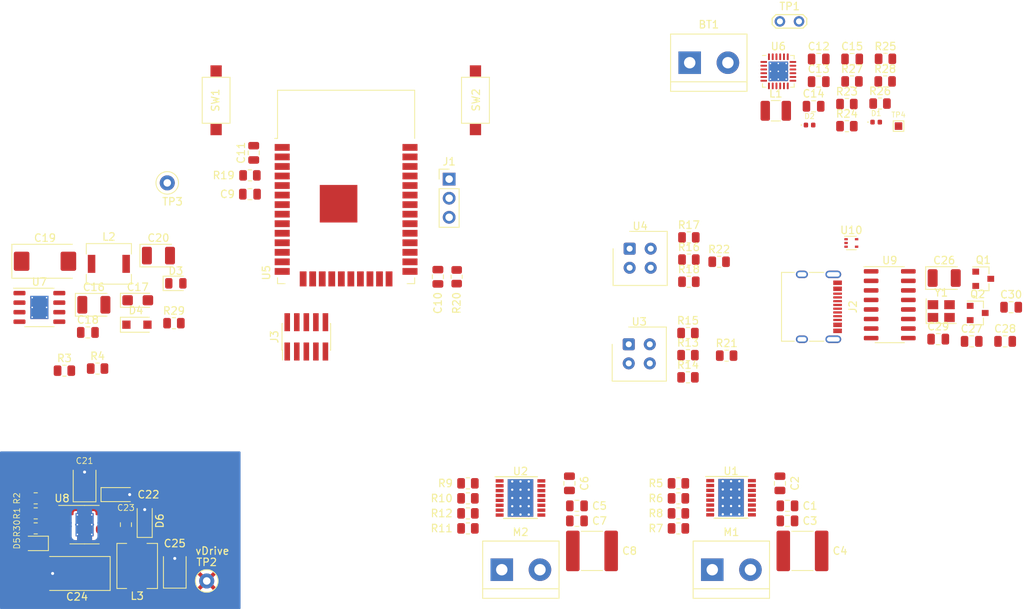
<source format=kicad_pcb>
(kicad_pcb (version 20171130) (host pcbnew "(5.1.12)-1")
  (layers (0 F.Cu signal) (31 B.Cu signal) (34 B.Paste user) (35 F.Paste user) (36 B.SilkS user) (37 F.SilkS user) (38 B.Mask user) (39 F.Mask user) (44 Edge.Cuts user))
  (net 0 "")
  (net 1 GND)
  (net 2 /`bat)
  (net 3 Vdrive)
  (net 4 +3V3)
  (net 5 /MCU/EN)
  (net 6 /MCU/IO0)
  (net 7 +5V)
  (net 8 /Charger/REGN)
  (net 9 +BATT)
  (net 10 /USB-TTL/O2)
  (net 11 /USB-TTL/O1)
  (net 12 "Net-(D1-Pad2)")
  (net 13 /PG)
  (net 14 "Net-(D2-Pad2)")
  (net 15 /CHG)
  (net 16 /MCU/RX)
  (net 17 /USB-TTL/RX)
  (net 18 /ML-)
  (net 19 /ML+)
  (net 20 /MR-)
  (net 21 /MR+)
  (net 22 /USB-TTL/RTS)
  (net 23 /USB-TTL/DTR)
  (net 24 /9V/SNS)
  (net 25 /3.3V/SNS)
  (net 26 /FAULT_L)
  (net 27 /iPROPI_L)
  (net 28 /FAULT_R)
  (net 29 /iPROPI_R)
  (net 30 /IR_L)
  (net 31 "Net-(R13-Pad1)")
  (net 32 "Net-(R14-Pad1)")
  (net 33 /IR_R)
  (net 34 "Net-(R16-Pad1)")
  (net 35 "Net-(R17-Pad1)")
  (net 36 /Charger/TS)
  (net 37 /Charger/iChg)
  (net 38 /Charger/iLim)
  (net 39 "Net-(R29-Pad2)")
  (net 40 "Net-(R30-Pad2)")
  (net 41 /SLEEP_L)
  (net 42 /PH_L)
  (net 43 /PWM_L)
  (net 44 /SLEEP_R)
  (net 45 /PH_R)
  (net 46 /PWM_R)
  (net 47 "Net-(U6-Pad12)")
  (net 48 "Net-(U6-Pad6)")
  (net 49 "Net-(C1-Pad2)")
  (net 50 "Net-(C2-Pad2)")
  (net 51 "Net-(C2-Pad1)")
  (net 52 "Net-(C5-Pad2)")
  (net 53 "Net-(C6-Pad2)")
  (net 54 "Net-(C6-Pad1)")
  (net 55 "Net-(C13-Pad2)")
  (net 56 "Net-(C13-Pad1)")
  (net 57 "Net-(C14-Pad1)")
  (net 58 "Net-(C18-Pad2)")
  (net 59 "Net-(C23-Pad2)")
  (net 60 "Net-(D3-Pad2)")
  (net 61 "Net-(D3-Pad1)")
  (net 62 "Net-(D5-Pad2)")
  (net 63 "Net-(D5-Pad1)")
  (net 64 /Charger/VBUS)
  (net 65 "Net-(J2-PadB8)")
  (net 66 "Net-(J2-PadA5)")
  (net 67 "/USB C/D-")
  (net 68 "/USB C/D+")
  (net 69 "Net-(J2-PadA7)")
  (net 70 "Net-(J2-PadB6)")
  (net 71 "Net-(J2-PadA8)")
  (net 72 "Net-(J2-PadB5)")
  (net 73 "Net-(R6-Pad1)")
  (net 74 "Net-(R10-Pad1)")
  (net 75 "Net-(U5-Pad32)")
  (net 76 "Net-(U6-Pad4)")
  (net 77 "Net-(U6-Pad3)")
  (net 78 "Net-(U6-Pad2)")
  (net 79 "Net-(U9-Pad15)")
  (net 80 "Net-(U9-Pad12)")
  (net 81 "Net-(U9-Pad11)")
  (net 82 "Net-(U9-Pad10)")
  (net 83 "Net-(U9-Pad9)")
  (net 84 "Net-(U10-Pad5)")
  (net 85 "Net-(R21-Pad2)")
  (net 86 "Net-(R22-Pad2)")
  (net 87 /MCU/TDI)
  (net 88 "Net-(J3-Pad7)")
  (net 89 /MCU/TDO)
  (net 90 /MCU/TCK)
  (net 91 /MCU/TMS)
  (net 92 /MCU/SDI)
  (net 93 /MCU/SD0)
  (net 94 /MCU/SCK)
  (net 95 /MCU/SCS)
  (net 96 /MCU/SWP)
  (net 97 /MCU/SDH)
  (net 98 /MCU/IO27)
  (net 99 /MCU/IO33)
  (net 100 /MCU/IO32)
  (net 101 /MCU/IO35)
  (net 102 /MCU/IO34)
  (net 103 /3.3V/sw)
  (net 104 /9V/sw)
  (module Connector_PinHeader_2.54mm:PinHeader_1x03_P2.54mm_Vertical (layer F.Cu) (at 117 78)
    (fp_text reference J1 (at 0 -2.33) (layer F.SilkS))
    (fp_text value HDR)
    (pad 3 thru_hole oval (at 0 5.08) (size 1.7 1.7) (drill 1) (layers *.Cu *.Mask) (net 1 GND))
    (pad 2 thru_hole oval (at 0 2.54) (size 1.7 1.7) (drill 1) (layers *.Cu *.Mask) (net 16 /MCU/RX))
    (pad 1 thru_hole rect (at 0 0) (size 1.7 1.7) (drill 1) (layers *.Cu *.Mask) (net 17 /USB-TTL/RX))
  )
  (module Connector_PinHeader_1.27mm:PinHeader_2x05_P1.27mm_Vertical_SMD (layer F.Cu) (at 98 99 90)
    (fp_text reference J3 (at 0 -4.235 90) (layer F.SilkS))
    (fp_text value JTAG)
    (pad 10 smd rect (at 1.95 2.54 90) (size 2.4 0.74) (layers F.Cu F.Paste F.Mask) (net 5 /MCU/EN))
    (pad 9 smd rect (at -1.95 2.54 90) (size 2.4 0.74) (layers F.Cu F.Paste F.Mask) (net 1 GND))
    (pad 8 smd rect (at 1.95 1.27 90) (size 2.4 0.74) (layers F.Cu F.Paste F.Mask) (net 87 /MCU/TDI))
    (pad 7 smd rect (at -1.95 1.27 90) (size 2.4 0.74) (layers F.Cu F.Paste F.Mask) (net 88 "Net-(J3-Pad7)"))
    (pad 6 smd rect (at 1.95 0 90) (size 2.4 0.74) (layers F.Cu F.Paste F.Mask) (net 89 /MCU/TDO))
    (pad 5 smd rect (at -1.95 0 90) (size 2.4 0.74) (layers F.Cu F.Paste F.Mask) (net 1 GND))
    (pad 4 smd rect (at 1.95 -1.27 90) (size 2.4 0.74) (layers F.Cu F.Paste F.Mask) (net 90 /MCU/TCK))
    (pad 3 smd rect (at -1.95 -1.27 90) (size 2.4 0.74) (layers F.Cu F.Paste F.Mask) (net 1 GND))
    (pad 2 smd rect (at 1.95 -2.54 90) (size 2.4 0.74) (layers F.Cu F.Paste F.Mask) (net 91 /MCU/TMS))
    (pad 1 smd rect (at -1.95 -2.54 90) (size 2.4 0.74) (layers F.Cu F.Paste F.Mask) (net 4 +3V3))
  )
  (module Resistor_SMD:R_0805_2012Metric (layer F.Cu) (at 152.9125 89)
    (fp_text reference R22 (at 0 -1.65) (layer F.SilkS))
    (fp_text value 50R)
    (pad 2 smd roundrect (at 0.9125 0) (size 1.025 1.4) (layers F.Cu F.Paste F.Mask) (roundrect_rratio 0.243902) (net 86 "Net-(R22-Pad2)"))
    (pad 1 smd roundrect (at -0.9125 0) (size 1.025 1.4) (layers F.Cu F.Paste F.Mask) (roundrect_rratio 0.243902) (net 4 +3V3))
  )
  (module Resistor_SMD:R_0805_2012Metric (layer F.Cu) (at 153.9125 101.5)
    (fp_text reference R21 (at 0 -1.65) (layer F.SilkS))
    (fp_text value 50R)
    (pad 2 smd roundrect (at 0.9125 0) (size 1.025 1.4) (layers F.Cu F.Paste F.Mask) (roundrect_rratio 0.243902) (net 85 "Net-(R21-Pad2)"))
    (pad 1 smd roundrect (at -0.9125 0) (size 1.025 1.4) (layers F.Cu F.Paste F.Mask) (roundrect_rratio 0.243902) (net 4 +3V3))
  )
  (module Package_TO_SOT_SMD:SOT-553 (layer F.Cu) (at 170.5 86.5)
    (fp_text reference U10 (at 0 -1.7) (layer F.SilkS))
    (fp_text value ESDA6V8AV5)
    (pad 4 smd rect (at 0.7 0.5) (size 0.45 0.3) (layers F.Cu F.Paste F.Mask) (net 64 /Charger/VBUS))
    (pad 2 smd rect (at -0.7 0) (size 0.45 0.3) (layers F.Cu F.Paste F.Mask) (net 1 GND))
    (pad 5 smd rect (at 0.7 -0.5) (size 0.45 0.3) (layers F.Cu F.Paste F.Mask) (net 84 "Net-(U10-Pad5)"))
    (pad 3 smd rect (at -0.7 0.5) (size 0.45 0.3) (layers F.Cu F.Paste F.Mask) (net 67 "/USB C/D-"))
    (pad 1 smd rect (at -0.7 -0.5) (size 0.45 0.3) (layers F.Cu F.Paste F.Mask) (net 68 "/USB C/D+"))
  )
  (module Connector_USB:USB_C_Receptacle_XKB_U262-16XN-4BVC11 (layer F.Cu) (at 165 95 270)
    (fp_text reference J2 (at 0 -5.715 90) (layer F.SilkS))
    (fp_text value USB_C_Receptacle)
    (pad A12 smd rect (at 3.35 -3.67 270) (size 0.3 1.15) (layers F.Cu F.Paste F.Mask) (net 1 GND))
    (pad A9 smd rect (at 2.55 -3.67 270) (size 0.3 1.15) (layers F.Cu F.Paste F.Mask) (net 64 /Charger/VBUS))
    (pad B9 smd rect (at -2.25 -3.67 270) (size 0.3 1.15) (layers F.Cu F.Paste F.Mask) (net 64 /Charger/VBUS))
    (pad B12 smd rect (at -3.05 -3.67 270) (size 0.3 1.15) (layers F.Cu F.Paste F.Mask) (net 1 GND))
    (pad A1 smd rect (at -3.35 -3.67 270) (size 0.3 1.15) (layers F.Cu F.Paste F.Mask) (net 1 GND))
    (pad A4 smd rect (at -2.55 -3.67 270) (size 0.3 1.15) (layers F.Cu F.Paste F.Mask) (net 64 /Charger/VBUS))
    (pad B8 smd rect (at -1.75 -3.67 270) (size 0.3 1.15) (layers F.Cu F.Paste F.Mask) (net 65 "Net-(J2-PadB8)"))
    (pad A5 smd rect (at -1.25 -3.67 270) (size 0.3 1.15) (layers F.Cu F.Paste F.Mask) (net 66 "Net-(J2-PadA5)"))
    (pad B7 smd rect (at -0.75 -3.67 270) (size 0.3 1.15) (layers F.Cu F.Paste F.Mask) (net 67 "/USB C/D-"))
    (pad A6 smd rect (at -0.25 -3.67 270) (size 0.3 1.15) (layers F.Cu F.Paste F.Mask) (net 68 "/USB C/D+"))
    (pad A7 smd rect (at 0.25 -3.67 270) (size 0.3 1.15) (layers F.Cu F.Paste F.Mask) (net 69 "Net-(J2-PadA7)"))
    (pad B6 smd rect (at 0.75 -3.67 270) (size 0.3 1.15) (layers F.Cu F.Paste F.Mask) (net 70 "Net-(J2-PadB6)"))
    (pad A8 smd rect (at 1.25 -3.67 270) (size 0.3 1.15) (layers F.Cu F.Paste F.Mask) (net 71 "Net-(J2-PadA8)"))
    (pad B5 smd rect (at 1.75 -3.67 270) (size 0.3 1.15) (layers F.Cu F.Paste F.Mask) (net 72 "Net-(J2-PadB5)"))
    (pad B4 smd rect (at 2.25 -3.67 270) (size 0.3 1.15) (layers F.Cu F.Paste F.Mask) (net 64 /Charger/VBUS))
    (pad B1 smd rect (at 3.05 -3.67 270) (size 0.3 1.15) (layers F.Cu F.Paste F.Mask) (net 1 GND))
    (pad "" np_thru_hole circle (at -2.89 -2.605 270) (size 0.65 0.65) (drill 0.65) (layers *.Cu *.Mask))
    (pad "" np_thru_hole circle (at 2.89 -2.605 270) (size 0.65 0.65) (drill 0.65) (layers *.Cu *.Mask))
    (pad S1 thru_hole oval (at 4.32 1.075 270) (size 1 1.6) (drill oval 0.6 1.2) (layers *.Cu *.Mask) (net 1 GND))
    (pad S1 thru_hole oval (at -4.32 1.075 270) (size 1 1.6) (drill oval 0.6 1.2) (layers *.Cu *.Mask) (net 1 GND))
    (pad S1 thru_hole oval (at 4.32 -3.105 270) (size 1 2.1) (drill oval 0.6 1.7) (layers *.Cu *.Mask) (net 1 GND))
    (pad S1 thru_hole oval (at -4.32 -3.105 270) (size 1 2.1) (drill oval 0.6 1.7) (layers *.Cu *.Mask) (net 1 GND))
  )
  (module Crystal:Crystal_SMD_3225-4Pin_3.2x2.5mm (layer F.Cu) (at 182.46 95.57)
    (fp_text reference Y1 (at 0 -2.45) (layer F.SilkS))
    (fp_text value 12MHz)
    (pad 4 smd rect (at -1.1 -0.85) (size 1.4 1.2) (layers F.Cu F.Paste F.Mask) (net 1 GND))
    (pad 3 smd rect (at 1.1 -0.85) (size 1.4 1.2) (layers F.Cu F.Paste F.Mask) (net 11 /USB-TTL/O1))
    (pad 2 smd rect (at 1.1 0.85) (size 1.4 1.2) (layers F.Cu F.Paste F.Mask) (net 1 GND))
    (pad 1 smd rect (at -1.1 0.85) (size 1.4 1.2) (layers F.Cu F.Paste F.Mask) (net 10 /USB-TTL/O2))
  )
  (module Package_SO:SOIC-16_3.9x9.9mm_P1.27mm (layer F.Cu) (at 175.61 94.72)
    (fp_text reference U9 (at 0 -5.9) (layer F.SilkS))
    (fp_text value CH340G)
    (pad 16 smd roundrect (at 2.475 -4.445) (size 1.95 0.6) (layers F.Cu F.Paste F.Mask) (net 4 +3V3))
    (pad 15 smd roundrect (at 2.475 -3.175) (size 1.95 0.6) (layers F.Cu F.Paste F.Mask) (net 79 "Net-(U9-Pad15)"))
    (pad 14 smd roundrect (at 2.475 -1.905) (size 1.95 0.6) (layers F.Cu F.Paste F.Mask) (net 22 /USB-TTL/RTS))
    (pad 13 smd roundrect (at 2.475 -0.635) (size 1.95 0.6) (layers F.Cu F.Paste F.Mask) (net 23 /USB-TTL/DTR))
    (pad 12 smd roundrect (at 2.475 0.635) (size 1.95 0.6) (layers F.Cu F.Paste F.Mask) (net 80 "Net-(U9-Pad12)"))
    (pad 11 smd roundrect (at 2.475 1.905) (size 1.95 0.6) (layers F.Cu F.Paste F.Mask) (net 81 "Net-(U9-Pad11)"))
    (pad 10 smd roundrect (at 2.475 3.175) (size 1.95 0.6) (layers F.Cu F.Paste F.Mask) (net 82 "Net-(U9-Pad10)"))
    (pad 9 smd roundrect (at 2.475 4.445) (size 1.95 0.6) (layers F.Cu F.Paste F.Mask) (net 83 "Net-(U9-Pad9)"))
    (pad 8 smd roundrect (at -2.475 4.445) (size 1.95 0.6) (layers F.Cu F.Paste F.Mask) (net 11 /USB-TTL/O1))
    (pad 7 smd roundrect (at -2.475 3.175) (size 1.95 0.6) (layers F.Cu F.Paste F.Mask) (net 10 /USB-TTL/O2))
    (pad 6 smd roundrect (at -2.475 1.905) (size 1.95 0.6) (layers F.Cu F.Paste F.Mask) (net 67 "/USB C/D-"))
    (pad 5 smd roundrect (at -2.475 0.635) (size 1.95 0.6) (layers F.Cu F.Paste F.Mask) (net 68 "/USB C/D+"))
    (pad 4 smd roundrect (at -2.475 -0.635) (size 1.95 0.6) (layers F.Cu F.Paste F.Mask) (net 4 +3V3))
    (pad 3 smd roundrect (at -2.475 -1.905) (size 1.95 0.6) (layers F.Cu F.Paste F.Mask) (net 17 /USB-TTL/RX))
    (pad 2 smd roundrect (at -2.475 -3.175) (size 1.95 0.6) (layers F.Cu F.Paste F.Mask) (net 16 /MCU/RX))
    (pad 1 smd roundrect (at -2.475 -4.445) (size 1.95 0.6) (layers F.Cu F.Paste F.Mask) (net 1 GND))
  )
  (module Package_SO:HSOP-8-1EP_3.9x4.9mm_P1.27mm_EP2.41x3.1mm_ThermalVias (layer F.Cu) (at 68.5 124)
    (fp_text reference U8 (at -3 -3.5) (layer F.SilkS))
    (fp_text value TPS56628)
    (pad 9 smd rect (at 0 0) (size 2.41 3.1) (layers B.Cu) (net 1 GND))
    (pad 9 thru_hole circle (at 0.955 1.3) (size 0.5 0.5) (drill 0.2) (layers *.Cu) (net 1 GND))
    (pad 9 thru_hole circle (at -0.955 1.3) (size 0.5 0.5) (drill 0.2) (layers *.Cu) (net 1 GND))
    (pad 9 thru_hole circle (at 0.955 0) (size 0.5 0.5) (drill 0.2) (layers *.Cu) (net 1 GND))
    (pad 9 thru_hole circle (at -0.955 0) (size 0.5 0.5) (drill 0.2) (layers *.Cu) (net 1 GND))
    (pad 9 thru_hole circle (at 0.955 -1.3) (size 0.5 0.5) (drill 0.2) (layers *.Cu) (net 1 GND))
    (pad 9 thru_hole circle (at -0.955 -1.3) (size 0.5 0.5) (drill 0.2) (layers *.Cu) (net 1 GND))
    (pad 9 smd rect (at 0 0) (size 2.41 3.1) (layers F.Cu F.Mask) (net 1 GND))
    (pad 8 smd roundrect (at 2.65 -1.905) (size 1.6 0.6) (layers F.Cu F.Paste F.Mask) (net 9 +BATT))
    (pad 7 smd roundrect (at 2.65 -0.635) (size 1.6 0.6) (layers F.Cu F.Paste F.Mask) (net 59 "Net-(C23-Pad2)"))
    (pad 6 smd roundrect (at 2.65 0.635) (size 1.6 0.6) (layers F.Cu F.Paste F.Mask) (net 104 /9V/sw))
    (pad 5 smd roundrect (at 2.65 1.905) (size 1.6 0.6) (layers F.Cu F.Paste F.Mask) (net 1 GND))
    (pad 4 smd roundrect (at -2.65 1.905) (size 1.6 0.6) (layers F.Cu F.Paste F.Mask) (net 63 "Net-(D5-Pad1)"))
    (pad 3 smd roundrect (at -2.65 0.635) (size 1.6 0.6) (layers F.Cu F.Paste F.Mask) (net 40 "Net-(R30-Pad2)"))
    (pad 2 smd roundrect (at -2.65 -0.635) (size 1.6 0.6) (layers F.Cu F.Paste F.Mask) (net 24 /9V/SNS))
    (pad 1 smd roundrect (at -2.65 -1.905) (size 1.6 0.6) (layers F.Cu F.Paste F.Mask) (net 9 +BATT))
  )
  (module Package_SO:HSOP-8-1EP_3.9x4.9mm_P1.27mm_EP2.41x3.1mm_ThermalVias (layer F.Cu) (at 62.49 95.08)
    (fp_text reference U7 (at 0 -3.4) (layer F.SilkS))
    (fp_text value TPS56628)
    (pad 9 smd rect (at 0 0) (size 2.41 3.1) (layers B.Cu) (net 1 GND))
    (pad 9 thru_hole circle (at 0.955 1.3) (size 0.5 0.5) (drill 0.2) (layers *.Cu) (net 1 GND))
    (pad 9 thru_hole circle (at -0.955 1.3) (size 0.5 0.5) (drill 0.2) (layers *.Cu) (net 1 GND))
    (pad 9 thru_hole circle (at 0.955 0) (size 0.5 0.5) (drill 0.2) (layers *.Cu) (net 1 GND))
    (pad 9 thru_hole circle (at -0.955 0) (size 0.5 0.5) (drill 0.2) (layers *.Cu) (net 1 GND))
    (pad 9 thru_hole circle (at 0.955 -1.3) (size 0.5 0.5) (drill 0.2) (layers *.Cu) (net 1 GND))
    (pad 9 thru_hole circle (at -0.955 -1.3) (size 0.5 0.5) (drill 0.2) (layers *.Cu) (net 1 GND))
    (pad 9 smd rect (at 0 0) (size 2.41 3.1) (layers F.Cu F.Mask) (net 1 GND))
    (pad 8 smd roundrect (at 2.65 -1.905) (size 1.6 0.6) (layers F.Cu F.Paste F.Mask) (net 9 +BATT))
    (pad 7 smd roundrect (at 2.65 -0.635) (size 1.6 0.6) (layers F.Cu F.Paste F.Mask) (net 58 "Net-(C18-Pad2)"))
    (pad 6 smd roundrect (at 2.65 0.635) (size 1.6 0.6) (layers F.Cu F.Paste F.Mask) (net 103 /3.3V/sw))
    (pad 5 smd roundrect (at 2.65 1.905) (size 1.6 0.6) (layers F.Cu F.Paste F.Mask) (net 1 GND))
    (pad 4 smd roundrect (at -2.65 1.905) (size 1.6 0.6) (layers F.Cu F.Paste F.Mask) (net 61 "Net-(D3-Pad1)"))
    (pad 3 smd roundrect (at -2.65 0.635) (size 1.6 0.6) (layers F.Cu F.Paste F.Mask) (net 39 "Net-(R29-Pad2)"))
    (pad 2 smd roundrect (at -2.65 -0.635) (size 1.6 0.6) (layers F.Cu F.Paste F.Mask) (net 25 /3.3V/SNS))
    (pad 1 smd roundrect (at -2.65 -1.905) (size 1.6 0.6) (layers F.Cu F.Paste F.Mask) (net 9 +BATT))
  )
  (module Package_DFN_QFN:WQFN-24-1EP_4x4mm_P0.5mm_EP2.6x2.6mm_ThermalVias (layer F.Cu) (at 160.79 63.65)
    (fp_text reference U6 (at 0 -3.32) (layer F.SilkS))
    (fp_text value BQ25616)
    (pad 25 smd rect (at 0 0) (size 2.6 2.6) (layers B.Cu) (net 1 GND))
    (pad 25 thru_hole circle (at 1.05 1.05) (size 0.5 0.5) (drill 0.2) (layers *.Cu) (net 1 GND))
    (pad 25 thru_hole circle (at 0 1.05) (size 0.5 0.5) (drill 0.2) (layers *.Cu) (net 1 GND))
    (pad 25 thru_hole circle (at -1.05 1.05) (size 0.5 0.5) (drill 0.2) (layers *.Cu) (net 1 GND))
    (pad 25 thru_hole circle (at 1.05 0) (size 0.5 0.5) (drill 0.2) (layers *.Cu) (net 1 GND))
    (pad 25 thru_hole circle (at 0 0) (size 0.5 0.5) (drill 0.2) (layers *.Cu) (net 1 GND))
    (pad 25 thru_hole circle (at -1.05 0) (size 0.5 0.5) (drill 0.2) (layers *.Cu) (net 1 GND))
    (pad 25 thru_hole circle (at 1.05 -1.05) (size 0.5 0.5) (drill 0.2) (layers *.Cu) (net 1 GND))
    (pad 25 thru_hole circle (at 0 -1.05) (size 0.5 0.5) (drill 0.2) (layers *.Cu) (net 1 GND))
    (pad 25 thru_hole circle (at -1.05 -1.05) (size 0.5 0.5) (drill 0.2) (layers *.Cu) (net 1 GND))
    (pad 25 smd rect (at 0 0) (size 2.6 2.6) (layers F.Cu F.Mask) (net 1 GND))
    (pad 24 smd roundrect (at -1.25 -1.9375) (size 0.25 0.875) (layers F.Cu F.Paste F.Mask) (net 64 /Charger/VBUS))
    (pad 23 smd roundrect (at -0.75 -1.9375) (size 0.25 0.875) (layers F.Cu F.Paste F.Mask) (net 57 "Net-(C14-Pad1)"))
    (pad 22 smd roundrect (at -0.25 -1.9375) (size 0.25 0.875) (layers F.Cu F.Paste F.Mask) (net 8 /Charger/REGN))
    (pad 21 smd roundrect (at 0.25 -1.9375) (size 0.25 0.875) (layers F.Cu F.Paste F.Mask) (net 55 "Net-(C13-Pad2)"))
    (pad 20 smd roundrect (at 0.75 -1.9375) (size 0.25 0.875) (layers F.Cu F.Paste F.Mask) (net 56 "Net-(C13-Pad1)"))
    (pad 19 smd roundrect (at 1.25 -1.9375) (size 0.25 0.875) (layers F.Cu F.Paste F.Mask) (net 56 "Net-(C13-Pad1)"))
    (pad 18 smd roundrect (at 1.9375 -1.25) (size 0.875 0.25) (layers F.Cu F.Paste F.Mask) (net 1 GND))
    (pad 17 smd roundrect (at 1.9375 -0.75) (size 0.875 0.25) (layers F.Cu F.Paste F.Mask) (net 1 GND))
    (pad 16 smd roundrect (at 1.9375 -0.25) (size 0.875 0.25) (layers F.Cu F.Paste F.Mask) (net 7 +5V))
    (pad 15 smd roundrect (at 1.9375 0.25) (size 0.875 0.25) (layers F.Cu F.Paste F.Mask) (net 7 +5V))
    (pad 14 smd roundrect (at 1.9375 0.75) (size 0.875 0.25) (layers F.Cu F.Paste F.Mask) (net 9 +BATT))
    (pad 13 smd roundrect (at 1.9375 1.25) (size 0.875 0.25) (layers F.Cu F.Paste F.Mask) (net 9 +BATT))
    (pad 12 smd roundrect (at 1.25 1.9375) (size 0.25 0.875) (layers F.Cu F.Paste F.Mask) (net 47 "Net-(U6-Pad12)"))
    (pad 11 smd roundrect (at 0.75 1.9375) (size 0.25 0.875) (layers F.Cu F.Paste F.Mask) (net 36 /Charger/TS))
    (pad 10 smd roundrect (at 0.25 1.9375) (size 0.25 0.875) (layers F.Cu F.Paste F.Mask) (net 37 /Charger/iChg))
    (pad 9 smd roundrect (at -0.25 1.9375) (size 0.25 0.875) (layers F.Cu F.Paste F.Mask) (net 1 GND))
    (pad 8 smd roundrect (at -0.75 1.9375) (size 0.25 0.875) (layers F.Cu F.Paste F.Mask) (net 38 /Charger/iLim))
    (pad 7 smd roundrect (at -1.25 1.9375) (size 0.25 0.875) (layers F.Cu F.Paste F.Mask) (net 13 /PG))
    (pad 6 smd roundrect (at -1.9375 1.25) (size 0.875 0.25) (layers F.Cu F.Paste F.Mask) (net 48 "Net-(U6-Pad6)"))
    (pad 5 smd roundrect (at -1.9375 0.75) (size 0.875 0.25) (layers F.Cu F.Paste F.Mask) (net 15 /CHG))
    (pad 4 smd roundrect (at -1.9375 0.25) (size 0.875 0.25) (layers F.Cu F.Paste F.Mask) (net 76 "Net-(U6-Pad4)"))
    (pad 3 smd roundrect (at -1.9375 -0.25) (size 0.875 0.25) (layers F.Cu F.Paste F.Mask) (net 77 "Net-(U6-Pad3)"))
    (pad 2 smd roundrect (at -1.9375 -0.75) (size 0.875 0.25) (layers F.Cu F.Paste F.Mask) (net 78 "Net-(U6-Pad2)"))
    (pad 1 smd roundrect (at -1.9375 -1.25) (size 0.875 0.25) (layers F.Cu F.Paste F.Mask) (net 64 /Charger/VBUS))
  )
  (module RF_Module:ESP32-WROOM-32 (layer F.Cu) (at 103.29 82.03)
    (fp_text reference U5 (at -10.61 8.43 90) (layer F.SilkS))
    (fp_text value ESP32-WROOM-32D)
    (pad 38 smd rect (at 8.5 -8.255) (size 2 0.9) (layers F.Cu F.Paste F.Mask) (net 1 GND))
    (pad 37 smd rect (at 8.5 -6.985) (size 2 0.9) (layers F.Cu F.Paste F.Mask) (net 28 /FAULT_R))
    (pad 36 smd rect (at 8.5 -5.715) (size 2 0.9) (layers F.Cu F.Paste F.Mask) (net 26 /FAULT_L))
    (pad 35 smd rect (at 8.5 -4.445) (size 2 0.9) (layers F.Cu F.Paste F.Mask) (net 17 /USB-TTL/RX))
    (pad 34 smd rect (at 8.5 -3.175) (size 2 0.9) (layers F.Cu F.Paste F.Mask) (net 16 /MCU/RX))
    (pad 33 smd rect (at 8.5 -1.905) (size 2 0.9) (layers F.Cu F.Paste F.Mask) (net 41 /SLEEP_L))
    (pad 32 smd rect (at 8.5 -0.635) (size 2 0.9) (layers F.Cu F.Paste F.Mask) (net 75 "Net-(U5-Pad32)"))
    (pad 31 smd rect (at 8.5 0.635) (size 2 0.9) (layers F.Cu F.Paste F.Mask) (net 42 /PH_L))
    (pad 30 smd rect (at 8.5 1.905) (size 2 0.9) (layers F.Cu F.Paste F.Mask) (net 44 /SLEEP_R))
    (pad 29 smd rect (at 8.5 3.175) (size 2 0.9) (layers F.Cu F.Paste F.Mask) (net 43 /PWM_L))
    (pad 28 smd rect (at 8.5 4.445) (size 2 0.9) (layers F.Cu F.Paste F.Mask) (net 45 /PH_R))
    (pad 27 smd rect (at 8.5 5.715) (size 2 0.9) (layers F.Cu F.Paste F.Mask) (net 46 /PWM_R))
    (pad 26 smd rect (at 8.5 6.985) (size 2 0.9) (layers F.Cu F.Paste F.Mask) (net 33 /IR_R))
    (pad 25 smd rect (at 8.5 8.255) (size 2 0.9) (layers F.Cu F.Paste F.Mask) (net 6 /MCU/IO0))
    (pad 24 smd rect (at 5.715 9.255 90) (size 2 0.9) (layers F.Cu F.Paste F.Mask) (net 30 /IR_L))
    (pad 23 smd rect (at 4.445 9.255 90) (size 2 0.9) (layers F.Cu F.Paste F.Mask) (net 91 /MCU/TMS))
    (pad 22 smd rect (at 3.175 9.255 90) (size 2 0.9) (layers F.Cu F.Paste F.Mask) (net 92 /MCU/SDI))
    (pad 21 smd rect (at 1.905 9.255 90) (size 2 0.9) (layers F.Cu F.Paste F.Mask) (net 93 /MCU/SD0))
    (pad 20 smd rect (at 0.635 9.255 90) (size 2 0.9) (layers F.Cu F.Paste F.Mask) (net 94 /MCU/SCK))
    (pad 19 smd rect (at -0.635 9.255 90) (size 2 0.9) (layers F.Cu F.Paste F.Mask) (net 95 /MCU/SCS))
    (pad 18 smd rect (at -1.905 9.255 90) (size 2 0.9) (layers F.Cu F.Paste F.Mask) (net 96 /MCU/SWP))
    (pad 17 smd rect (at -3.175 9.255 90) (size 2 0.9) (layers F.Cu F.Paste F.Mask) (net 97 /MCU/SDH))
    (pad 16 smd rect (at -4.445 9.255 90) (size 2 0.9) (layers F.Cu F.Paste F.Mask) (net 87 /MCU/TDI))
    (pad 15 smd rect (at -5.715 9.255 90) (size 2 0.9) (layers F.Cu F.Paste F.Mask) (net 1 GND))
    (pad 14 smd rect (at -8.5 8.255) (size 2 0.9) (layers F.Cu F.Paste F.Mask) (net 89 /MCU/TDO))
    (pad 13 smd rect (at -8.5 6.985) (size 2 0.9) (layers F.Cu F.Paste F.Mask) (net 90 /MCU/TCK))
    (pad 12 smd rect (at -8.5 5.715) (size 2 0.9) (layers F.Cu F.Paste F.Mask) (net 98 /MCU/IO27))
    (pad 11 smd rect (at -8.5 4.445) (size 2 0.9) (layers F.Cu F.Paste F.Mask) (net 15 /CHG))
    (pad 10 smd rect (at -8.5 3.175) (size 2 0.9) (layers F.Cu F.Paste F.Mask) (net 13 /PG))
    (pad 9 smd rect (at -8.5 1.905) (size 2 0.9) (layers F.Cu F.Paste F.Mask) (net 99 /MCU/IO33))
    (pad 8 smd rect (at -8.5 0.635) (size 2 0.9) (layers F.Cu F.Paste F.Mask) (net 100 /MCU/IO32))
    (pad 7 smd rect (at -8.5 -0.635) (size 2 0.9) (layers F.Cu F.Paste F.Mask) (net 101 /MCU/IO35))
    (pad 6 smd rect (at -8.5 -1.905) (size 2 0.9) (layers F.Cu F.Paste F.Mask) (net 102 /MCU/IO34))
    (pad 5 smd rect (at -8.5 -3.175) (size 2 0.9) (layers F.Cu F.Paste F.Mask) (net 27 /iPROPI_L))
    (pad 4 smd rect (at -8.5 -4.445) (size 2 0.9) (layers F.Cu F.Paste F.Mask) (net 29 /iPROPI_R))
    (pad 3 smd rect (at -8.5 -5.715) (size 2 0.9) (layers F.Cu F.Paste F.Mask) (net 5 /MCU/EN))
    (pad 2 smd rect (at -8.5 -6.985) (size 2 0.9) (layers F.Cu F.Paste F.Mask) (net 4 +3V3))
    (pad 1 smd rect (at -8.5 -8.255) (size 2 0.9) (layers F.Cu F.Paste F.Mask) (net 1 GND))
    (pad 39 smd rect (at -1 -0.755) (size 5 5) (layers F.Cu F.Paste F.Mask) (net 1 GND))
  )
  (module OptoDevice:Vishay_CNY70 (layer F.Cu) (at 141.01 87.26)
    (fp_text reference U4 (at 1.4 -3) (layer F.SilkS))
    (fp_text value CNY70)
    (pad 1 thru_hole roundrect (at 0 0) (size 1.6 1.6) (drill 0.8) (layers *.Cu *.Mask) (roundrect_rratio 0.156) (net 4 +3V3))
    (pad 2 thru_hole circle (at 0 2.54) (size 1.6 1.6) (drill 0.8) (layers *.Cu *.Mask) (net 34 "Net-(R16-Pad1)"))
    (pad 3 thru_hole circle (at 2.8 2.54) (size 1.6 1.6) (drill 0.8) (layers *.Cu *.Mask) (net 86 "Net-(R22-Pad2)"))
    (pad 4 thru_hole circle (at 2.8 0) (size 1.6 1.6) (drill 0.8) (layers *.Cu *.Mask) (net 35 "Net-(R17-Pad1)"))
  )
  (module OptoDevice:Vishay_CNY70 (layer F.Cu) (at 140.89 99.99)
    (fp_text reference U3 (at 1.4 -3) (layer F.SilkS))
    (fp_text value CNY70)
    (pad 1 thru_hole roundrect (at 0 0) (size 1.6 1.6) (drill 0.8) (layers *.Cu *.Mask) (roundrect_rratio 0.156) (net 4 +3V3))
    (pad 2 thru_hole circle (at 0 2.54) (size 1.6 1.6) (drill 0.8) (layers *.Cu *.Mask) (net 31 "Net-(R13-Pad1)"))
    (pad 3 thru_hole circle (at 2.8 2.54) (size 1.6 1.6) (drill 0.8) (layers *.Cu *.Mask) (net 85 "Net-(R21-Pad2)"))
    (pad 4 thru_hole circle (at 2.8 0) (size 1.6 1.6) (drill 0.8) (layers *.Cu *.Mask) (net 32 "Net-(R14-Pad1)"))
  )
  (module Package_SO:HTSSOP-16-1EP_4.4x5mm_P0.65mm_EP3.4x5mm_Mask3x3mm_ThermalVias (layer F.Cu) (at 126.49 120.45)
    (fp_text reference U2 (at 0 -3.55) (layer F.SilkS))
    (fp_text value DRV8874)
    (pad 17 thru_hole circle (at -1.1 -2.2) (size 0.6 0.6) (drill 0.3) (layers *.Cu) (net 1 GND))
    (pad 17 thru_hole circle (at 0 -2.2) (size 0.6 0.6) (drill 0.3) (layers *.Cu) (net 1 GND))
    (pad 17 thru_hole circle (at 1.1 -2.2) (size 0.6 0.6) (drill 0.3) (layers *.Cu) (net 1 GND))
    (pad 17 thru_hole circle (at -1.1 -1.1) (size 0.6 0.6) (drill 0.3) (layers *.Cu) (net 1 GND))
    (pad 17 thru_hole circle (at 0 -1.1) (size 0.6 0.6) (drill 0.3) (layers *.Cu) (net 1 GND))
    (pad 17 thru_hole circle (at 1.1 -1.1) (size 0.6 0.6) (drill 0.3) (layers *.Cu) (net 1 GND))
    (pad 17 thru_hole circle (at -1.1 0) (size 0.6 0.6) (drill 0.3) (layers *.Cu) (net 1 GND))
    (pad 17 thru_hole circle (at 0 0) (size 0.6 0.6) (drill 0.3) (layers *.Cu) (net 1 GND))
    (pad 17 thru_hole circle (at 1.1 0) (size 0.6 0.6) (drill 0.3) (layers *.Cu) (net 1 GND))
    (pad 17 thru_hole circle (at -1.1 1.1) (size 0.6 0.6) (drill 0.3) (layers *.Cu) (net 1 GND))
    (pad 17 thru_hole circle (at 0 1.1) (size 0.6 0.6) (drill 0.3) (layers *.Cu) (net 1 GND))
    (pad 17 thru_hole circle (at 1.1 1.1) (size 0.6 0.6) (drill 0.3) (layers *.Cu) (net 1 GND))
    (pad 17 thru_hole circle (at 1.1 2.2) (size 0.6 0.6) (drill 0.3) (layers *.Cu) (net 1 GND))
    (pad 17 thru_hole circle (at 0 2.2) (size 0.6 0.6) (drill 0.3) (layers *.Cu) (net 1 GND))
    (pad 17 thru_hole circle (at -1.1 2.2) (size 0.6 0.6) (drill 0.3) (layers *.Cu) (net 1 GND))
    (pad 17 smd rect (at 0 0) (size 3.4 5) (layers F.Cu) (net 1 GND))
    (pad 16 smd rect (at 2.775 -2.275) (size 1.05 0.45) (layers F.Cu F.Paste F.Mask) (net 1 GND))
    (pad 15 smd rect (at 2.775 -1.625) (size 1.05 0.45) (layers F.Cu F.Paste F.Mask) (net 1 GND))
    (pad 14 smd rect (at 2.775 -0.975) (size 1.05 0.45) (layers F.Cu F.Paste F.Mask) (net 53 "Net-(C6-Pad2)"))
    (pad 13 smd rect (at 2.775 -0.325) (size 1.05 0.45) (layers F.Cu F.Paste F.Mask) (net 54 "Net-(C6-Pad1)"))
    (pad 12 smd rect (at 2.775 0.325) (size 1.05 0.45) (layers F.Cu F.Paste F.Mask) (net 52 "Net-(C5-Pad2)"))
    (pad 11 smd rect (at 2.775 0.975) (size 1.05 0.45) (layers F.Cu F.Paste F.Mask) (net 3 Vdrive))
    (pad 10 smd rect (at 2.775 1.625) (size 1.05 0.45) (layers F.Cu F.Paste F.Mask) (net 20 /MR-))
    (pad 9 smd rect (at 2.775 2.275) (size 1.05 0.45) (layers F.Cu F.Paste F.Mask) (net 1 GND))
    (pad 8 smd rect (at -2.775 2.275) (size 1.05 0.45) (layers F.Cu F.Paste F.Mask) (net 21 /MR+))
    (pad 7 smd rect (at -2.775 1.625) (size 1.05 0.45) (layers F.Cu F.Paste F.Mask) (net 1 GND))
    (pad 6 smd rect (at -2.775 0.975) (size 1.05 0.45) (layers F.Cu F.Paste F.Mask) (net 29 /iPROPI_R))
    (pad 5 smd rect (at -2.775 0.325) (size 1.05 0.45) (layers F.Cu F.Paste F.Mask) (net 74 "Net-(R10-Pad1)"))
    (pad 4 smd rect (at -2.775 -0.325) (size 1.05 0.45) (layers F.Cu F.Paste F.Mask) (net 28 /FAULT_R))
    (pad 3 smd rect (at -2.775 -0.975) (size 1.05 0.45) (layers F.Cu F.Paste F.Mask) (net 44 /SLEEP_R))
    (pad 2 smd rect (at -2.775 -1.625) (size 1.05 0.45) (layers F.Cu F.Paste F.Mask) (net 45 /PH_R))
    (pad 1 smd rect (at -2.775 -2.275) (size 1.05 0.45) (layers F.Cu F.Paste F.Mask) (net 46 /PWM_R))
    (pad 17 smd rect (at 0 0) (size 3.4 5) (layers B.Cu) (net 1 GND))
  )
  (module Package_SO:HTSSOP-16-1EP_4.4x5mm_P0.65mm_EP3.4x5mm_Mask3x3mm_ThermalVias (layer F.Cu) (at 154.5 120.42)
    (fp_text reference U1 (at 0 -3.55) (layer F.SilkS))
    (fp_text value DRV8874)
    (pad 17 thru_hole circle (at -1.1 -2.2) (size 0.6 0.6) (drill 0.3) (layers *.Cu) (net 1 GND))
    (pad 17 thru_hole circle (at 0 -2.2) (size 0.6 0.6) (drill 0.3) (layers *.Cu) (net 1 GND))
    (pad 17 thru_hole circle (at 1.1 -2.2) (size 0.6 0.6) (drill 0.3) (layers *.Cu) (net 1 GND))
    (pad 17 thru_hole circle (at -1.1 -1.1) (size 0.6 0.6) (drill 0.3) (layers *.Cu) (net 1 GND))
    (pad 17 thru_hole circle (at 0 -1.1) (size 0.6 0.6) (drill 0.3) (layers *.Cu) (net 1 GND))
    (pad 17 thru_hole circle (at 1.1 -1.1) (size 0.6 0.6) (drill 0.3) (layers *.Cu) (net 1 GND))
    (pad 17 thru_hole circle (at -1.1 0) (size 0.6 0.6) (drill 0.3) (layers *.Cu) (net 1 GND))
    (pad 17 thru_hole circle (at 0 0) (size 0.6 0.6) (drill 0.3) (layers *.Cu) (net 1 GND))
    (pad 17 thru_hole circle (at 1.1 0) (size 0.6 0.6) (drill 0.3) (layers *.Cu) (net 1 GND))
    (pad 17 thru_hole circle (at -1.1 1.1) (size 0.6 0.6) (drill 0.3) (layers *.Cu) (net 1 GND))
    (pad 17 thru_hole circle (at 0 1.1) (size 0.6 0.6) (drill 0.3) (layers *.Cu) (net 1 GND))
    (pad 17 thru_hole circle (at 1.1 1.1) (size 0.6 0.6) (drill 0.3) (layers *.Cu) (net 1 GND))
    (pad 17 thru_hole circle (at 1.1 2.2) (size 0.6 0.6) (drill 0.3) (layers *.Cu) (net 1 GND))
    (pad 17 thru_hole circle (at 0 2.2) (size 0.6 0.6) (drill 0.3) (layers *.Cu) (net 1 GND))
    (pad 17 thru_hole circle (at -1.1 2.2) (size 0.6 0.6) (drill 0.3) (layers *.Cu) (net 1 GND))
    (pad 17 smd rect (at 0 0) (size 3.4 5) (layers F.Cu) (net 1 GND))
    (pad 16 smd rect (at 2.775 -2.275) (size 1.05 0.45) (layers F.Cu F.Paste F.Mask) (net 1 GND))
    (pad 15 smd rect (at 2.775 -1.625) (size 1.05 0.45) (layers F.Cu F.Paste F.Mask) (net 1 GND))
    (pad 14 smd rect (at 2.775 -0.975) (size 1.05 0.45) (layers F.Cu F.Paste F.Mask) (net 50 "Net-(C2-Pad2)"))
    (pad 13 smd rect (at 2.775 -0.325) (size 1.05 0.45) (layers F.Cu F.Paste F.Mask) (net 51 "Net-(C2-Pad1)"))
    (pad 12 smd rect (at 2.775 0.325) (size 1.05 0.45) (layers F.Cu F.Paste F.Mask) (net 49 "Net-(C1-Pad2)"))
    (pad 11 smd rect (at 2.775 0.975) (size 1.05 0.45) (layers F.Cu F.Paste F.Mask) (net 3 Vdrive))
    (pad 10 smd rect (at 2.775 1.625) (size 1.05 0.45) (layers F.Cu F.Paste F.Mask) (net 18 /ML-))
    (pad 9 smd rect (at 2.775 2.275) (size 1.05 0.45) (layers F.Cu F.Paste F.Mask) (net 1 GND))
    (pad 8 smd rect (at -2.775 2.275) (size 1.05 0.45) (layers F.Cu F.Paste F.Mask) (net 19 /ML+))
    (pad 7 smd rect (at -2.775 1.625) (size 1.05 0.45) (layers F.Cu F.Paste F.Mask) (net 1 GND))
    (pad 6 smd rect (at -2.775 0.975) (size 1.05 0.45) (layers F.Cu F.Paste F.Mask) (net 27 /iPROPI_L))
    (pad 5 smd rect (at -2.775 0.325) (size 1.05 0.45) (layers F.Cu F.Paste F.Mask) (net 73 "Net-(R6-Pad1)"))
    (pad 4 smd rect (at -2.775 -0.325) (size 1.05 0.45) (layers F.Cu F.Paste F.Mask) (net 26 /FAULT_L))
    (pad 3 smd rect (at -2.775 -0.975) (size 1.05 0.45) (layers F.Cu F.Paste F.Mask) (net 41 /SLEEP_L))
    (pad 2 smd rect (at -2.775 -1.625) (size 1.05 0.45) (layers F.Cu F.Paste F.Mask) (net 42 /PH_L))
    (pad 1 smd rect (at -2.775 -2.275) (size 1.05 0.45) (layers F.Cu F.Paste F.Mask) (net 43 /PWM_L))
    (pad 17 smd rect (at 0 0) (size 3.4 5) (layers B.Cu) (net 1 GND))
  )
  (module TestPoint:TestPoint_Pad_1.0x1.0mm (layer F.Cu) (at 176.78 70.94)
    (fp_text reference TP4 (at 0 -1.5) (layer F.SilkS) (effects (font (size 0.7 0.7) (thickness 0.1))))
    (fp_text value TS)
    (pad 1 smd rect (at 0 0) (size 1 1) (layers F.Cu F.Mask) (net 36 /Charger/TS))
  )
  (module TestPoint:TestPoint_2Pads_Pitch2.54mm_Drill0.8mm (layer F.Cu) (at 161 57)
    (fp_text reference TP1 (at 1.3 -2) (layer F.SilkS))
    (fp_text value TestPoint_2Pole)
    (pad 2 thru_hole circle (at 2.54 0) (size 1.4 1.4) (drill 0.8) (layers *.Cu *.Mask) (net 9 +BATT))
    (pad 1 thru_hole circle (at 0 0) (size 1.4 1.4) (drill 0.8) (layers *.Cu *.Mask) (net 2 /`bat))
  )
  (module TestPoint:TestPoint_Loop_D1.80mm_Drill1.0mm_Beaded (layer F.Cu) (at 79.5 78.5)
    (fp_text reference TP3 (at 0.7 2.5) (layer F.SilkS))
    (fp_text value 3v3)
    (pad 1 thru_hole circle (at 0 0) (size 2 2) (drill 1) (layers *.Cu *.Mask) (net 4 +3V3))
  )
  (module TestPoint:TestPoint_Loop_D1.80mm_Drill1.0mm_Beaded (layer F.Cu) (at 84.75 131.5)
    (fp_text reference TP2 (at 0 -2.5) (layer F.SilkS))
    (fp_text value vDrive (at 0.75 -4) (layer F.SilkS))
    (pad 1 thru_hole circle (at 0 0) (size 2 2) (drill 1) (layers *.Cu *.Mask) (net 3 Vdrive))
  )
  (module Button_Switch_SMD:SW_SPST_CK_RS282G05A3 (layer F.Cu) (at 120.5 67.5 90)
    (fp_text reference SW2 (at 0.04 0.08 90) (layer F.SilkS))
    (fp_text value SW_Push)
    (pad 2 smd rect (at 3.9 0 90) (size 1.5 1.5) (layers F.Cu F.Paste F.Mask) (net 6 /MCU/IO0))
    (pad 1 smd rect (at -3.9 0 90) (size 1.5 1.5) (layers F.Cu F.Paste F.Mask) (net 1 GND))
  )
  (module Button_Switch_SMD:SW_SPST_CK_RS282G05A3 (layer F.Cu) (at 86 67.5 270)
    (fp_text reference SW1 (at 0 0.09 90) (layer F.SilkS))
    (fp_text value SW_Push)
    (pad 2 smd rect (at 3.9 0 270) (size 1.5 1.5) (layers F.Cu F.Paste F.Mask) (net 5 /MCU/EN))
    (pad 1 smd rect (at -3.9 0 270) (size 1.5 1.5) (layers F.Cu F.Paste F.Mask) (net 1 GND))
  )
  (module Resistor_SMD:R_0805_2012Metric (layer F.Cu) (at 62 124.5)
    (fp_text reference R30 (at -2.5 0 90) (layer F.SilkS) (effects (font (size 0.8 0.8) (thickness 0.1))))
    (fp_text value 4.7k)
    (pad 2 smd roundrect (at 0.9125 0) (size 1.025 1.4) (layers F.Cu F.Paste F.Mask) (roundrect_rratio 0.243902) (net 40 "Net-(R30-Pad2)"))
    (pad 1 smd roundrect (at -0.9125 0) (size 1.025 1.4) (layers F.Cu F.Paste F.Mask) (roundrect_rratio 0.243902) (net 62 "Net-(D5-Pad2)"))
  )
  (module Resistor_SMD:R_0805_2012Metric (layer F.Cu) (at 80.39 97.18)
    (fp_text reference R29 (at 0 -1.65) (layer F.SilkS))
    (fp_text value 4.7k)
    (pad 2 smd roundrect (at 0.9125 0) (size 1.025 1.4) (layers F.Cu F.Paste F.Mask) (roundrect_rratio 0.243902) (net 39 "Net-(R29-Pad2)"))
    (pad 1 smd roundrect (at -0.9125 0) (size 1.025 1.4) (layers F.Cu F.Paste F.Mask) (roundrect_rratio 0.243902) (net 60 "Net-(D3-Pad2)"))
  )
  (module Resistor_SMD:R_0805_2012Metric (layer F.Cu) (at 174.32 67.94)
    (fp_text reference R26 (at 0 -1.65) (layer F.SilkS))
    (fp_text value 10k)
    (pad 2 smd roundrect (at 0.9125 0) (size 1.025 1.4) (layers F.Cu F.Paste F.Mask) (roundrect_rratio 0.243902) (net 1 GND))
    (pad 1 smd roundrect (at -0.9125 0) (size 1.025 1.4) (layers F.Cu F.Paste F.Mask) (roundrect_rratio 0.243902) (net 38 /Charger/iLim))
  )
  (module Resistor_SMD:R_0805_2012Metric (layer F.Cu) (at 169.91 70.95)
    (fp_text reference R24 (at 0 -1.65) (layer F.SilkS))
    (fp_text value 10k)
    (pad 2 smd roundrect (at 0.9125 0) (size 1.025 1.4) (layers F.Cu F.Paste F.Mask) (roundrect_rratio 0.243902) (net 1 GND))
    (pad 1 smd roundrect (at -0.9125 0) (size 1.025 1.4) (layers F.Cu F.Paste F.Mask) (roundrect_rratio 0.243902) (net 37 /Charger/iChg))
  )
  (module Resistor_SMD:R_0805_2012Metric (layer F.Cu) (at 175 64.99)
    (fp_text reference R28 (at 0 -1.65) (layer F.SilkS))
    (fp_text value 10k)
    (pad 2 smd roundrect (at 0.9125 0) (size 1.025 1.4) (layers F.Cu F.Paste F.Mask) (roundrect_rratio 0.243902) (net 1 GND))
    (pad 1 smd roundrect (at -0.9125 0) (size 1.025 1.4) (layers F.Cu F.Paste F.Mask) (roundrect_rratio 0.243902) (net 36 /Charger/TS))
  )
  (module Resistor_SMD:R_0805_2012Metric (layer F.Cu) (at 170.59 64.99)
    (fp_text reference R27 (at 0 -1.65) (layer F.SilkS))
    (fp_text value 10k)
    (pad 2 smd roundrect (at 0.9125 0) (size 1.025 1.4) (layers F.Cu F.Paste F.Mask) (roundrect_rratio 0.243902) (net 36 /Charger/TS))
    (pad 1 smd roundrect (at -0.9125 0) (size 1.025 1.4) (layers F.Cu F.Paste F.Mask) (roundrect_rratio 0.243902) (net 8 /Charger/REGN))
  )
  (module Resistor_SMD:R_0805_2012Metric (layer F.Cu) (at 175.04 61.98)
    (fp_text reference R25 (at 0 -1.65) (layer F.SilkS))
    (fp_text value 4.7k)
    (pad 2 smd roundrect (at 0.9125 0) (size 1.025 1.4) (layers F.Cu F.Paste F.Mask) (roundrect_rratio 0.243902) (net 14 "Net-(D2-Pad2)"))
    (pad 1 smd roundrect (at -0.9125 0) (size 1.025 1.4) (layers F.Cu F.Paste F.Mask) (roundrect_rratio 0.243902) (net 4 +3V3))
  )
  (module Resistor_SMD:R_0805_2012Metric (layer F.Cu) (at 169.91 68)
    (fp_text reference R23 (at 0 -1.65) (layer F.SilkS))
    (fp_text value 4.7k)
    (pad 2 smd roundrect (at 0.9125 0) (size 1.025 1.4) (layers F.Cu F.Paste F.Mask) (roundrect_rratio 0.243902) (net 12 "Net-(D1-Pad2)"))
    (pad 1 smd roundrect (at -0.9125 0) (size 1.025 1.4) (layers F.Cu F.Paste F.Mask) (roundrect_rratio 0.243902) (net 4 +3V3))
  )
  (module Resistor_SMD:R_0805_2012Metric (layer F.Cu) (at 118 91 90)
    (fp_text reference R20 (at -3.5 0 90) (layer F.SilkS))
    (fp_text value 10k)
    (pad 2 smd roundrect (at 0.9125 0 90) (size 1.025 1.4) (layers F.Cu F.Paste F.Mask) (roundrect_rratio 0.243902) (net 6 /MCU/IO0))
    (pad 1 smd roundrect (at -0.9125 0 90) (size 1.025 1.4) (layers F.Cu F.Paste F.Mask) (roundrect_rratio 0.243902) (net 4 +3V3))
  )
  (module Resistor_SMD:R_0805_2012Metric (layer F.Cu) (at 90.5 77.5)
    (fp_text reference R19 (at -3.5 0) (layer F.SilkS))
    (fp_text value 10k)
    (pad 2 smd roundrect (at 0.9125 0) (size 1.025 1.4) (layers F.Cu F.Paste F.Mask) (roundrect_rratio 0.243902) (net 5 /MCU/EN))
    (pad 1 smd roundrect (at -0.9125 0) (size 1.025 1.4) (layers F.Cu F.Paste F.Mask) (roundrect_rratio 0.243902) (net 4 +3V3))
  )
  (module Resistor_SMD:R_0805_2012Metric (layer F.Cu) (at 148.89 85.76)
    (fp_text reference R17 (at 0 -1.65) (layer F.SilkS))
    (fp_text value 1k)
    (pad 2 smd roundrect (at 0.9125 0) (size 1.025 1.4) (layers F.Cu F.Paste F.Mask) (roundrect_rratio 0.243902) (net 1 GND))
    (pad 1 smd roundrect (at -0.9125 0) (size 1.025 1.4) (layers F.Cu F.Paste F.Mask) (roundrect_rratio 0.243902) (net 35 "Net-(R17-Pad1)"))
  )
  (module Resistor_SMD:R_0805_2012Metric (layer F.Cu) (at 148.89 88.71)
    (fp_text reference R16 (at 0 -1.65) (layer F.SilkS))
    (fp_text value 80)
    (pad 2 smd roundrect (at 0.9125 0) (size 1.025 1.4) (layers F.Cu F.Paste F.Mask) (roundrect_rratio 0.243902) (net 1 GND))
    (pad 1 smd roundrect (at -0.9125 0) (size 1.025 1.4) (layers F.Cu F.Paste F.Mask) (roundrect_rratio 0.243902) (net 34 "Net-(R16-Pad1)"))
  )
  (module Resistor_SMD:R_0805_2012Metric (layer F.Cu) (at 148.89 91.66)
    (fp_text reference R18 (at 0 -1.65) (layer F.SilkS))
    (fp_text value 80)
    (pad 2 smd roundrect (at 0.9125 0) (size 1.025 1.4) (layers F.Cu F.Paste F.Mask) (roundrect_rratio 0.243902) (net 33 /IR_R))
    (pad 1 smd roundrect (at -0.9125 0) (size 1.025 1.4) (layers F.Cu F.Paste F.Mask) (roundrect_rratio 0.243902) (net 35 "Net-(R17-Pad1)"))
  )
  (module Resistor_SMD:R_0805_2012Metric (layer F.Cu) (at 148.77 104.39)
    (fp_text reference R14 (at 0 -1.65) (layer F.SilkS))
    (fp_text value 1k)
    (pad 2 smd roundrect (at 0.9125 0) (size 1.025 1.4) (layers F.Cu F.Paste F.Mask) (roundrect_rratio 0.243902) (net 1 GND))
    (pad 1 smd roundrect (at -0.9125 0) (size 1.025 1.4) (layers F.Cu F.Paste F.Mask) (roundrect_rratio 0.243902) (net 32 "Net-(R14-Pad1)"))
  )
  (module Resistor_SMD:R_0805_2012Metric (layer F.Cu) (at 148.77 101.44)
    (fp_text reference R13 (at 0 -1.65) (layer F.SilkS))
    (fp_text value 80)
    (pad 2 smd roundrect (at 0.9125 0) (size 1.025 1.4) (layers F.Cu F.Paste F.Mask) (roundrect_rratio 0.243902) (net 1 GND))
    (pad 1 smd roundrect (at -0.9125 0) (size 1.025 1.4) (layers F.Cu F.Paste F.Mask) (roundrect_rratio 0.243902) (net 31 "Net-(R13-Pad1)"))
  )
  (module Resistor_SMD:R_0805_2012Metric (layer F.Cu) (at 148.77 98.49)
    (fp_text reference R15 (at 0 -1.65) (layer F.SilkS))
    (fp_text value 80)
    (pad 2 smd roundrect (at 0.9125 0) (size 1.025 1.4) (layers F.Cu F.Paste F.Mask) (roundrect_rratio 0.243902) (net 30 /IR_L))
    (pad 1 smd roundrect (at -0.9125 0) (size 1.025 1.4) (layers F.Cu F.Paste F.Mask) (roundrect_rratio 0.243902) (net 32 "Net-(R14-Pad1)"))
  )
  (module Resistor_SMD:R_0805_2012Metric (layer F.Cu) (at 119.5 122.5)
    (fp_text reference R12 (at -3.5 0) (layer F.SilkS))
    (fp_text value 50k)
    (pad 2 smd roundrect (at 0.9125 0) (size 1.025 1.4) (layers F.Cu F.Paste F.Mask) (roundrect_rratio 0.243902) (net 74 "Net-(R10-Pad1)"))
    (pad 1 smd roundrect (at -0.9125 0) (size 1.025 1.4) (layers F.Cu F.Paste F.Mask) (roundrect_rratio 0.243902) (net 1 GND))
  )
  (module Resistor_SMD:R_0805_2012Metric (layer F.Cu) (at 119.5 120.5 180)
    (fp_text reference R10 (at 3.5 0) (layer F.SilkS))
    (fp_text value 16k)
    (pad 2 smd roundrect (at 0.9125 0 180) (size 1.025 1.4) (layers F.Cu F.Paste F.Mask) (roundrect_rratio 0.243902) (net 4 +3V3))
    (pad 1 smd roundrect (at -0.9125 0 180) (size 1.025 1.4) (layers F.Cu F.Paste F.Mask) (roundrect_rratio 0.243902) (net 74 "Net-(R10-Pad1)"))
  )
  (module Resistor_SMD:R_0805_2012Metric (layer F.Cu) (at 119.5 124.5 180)
    (fp_text reference R11 (at 3.5 0) (layer F.SilkS))
    (fp_text value 5.5k)
    (pad 2 smd roundrect (at 0.9125 0 180) (size 1.025 1.4) (layers F.Cu F.Paste F.Mask) (roundrect_rratio 0.243902) (net 1 GND))
    (pad 1 smd roundrect (at -0.9125 0 180) (size 1.025 1.4) (layers F.Cu F.Paste F.Mask) (roundrect_rratio 0.243902) (net 29 /iPROPI_R))
  )
  (module Resistor_SMD:R_0805_2012Metric (layer F.Cu) (at 119.5 118.5)
    (fp_text reference R9 (at -3 0) (layer F.SilkS))
    (fp_text value 10k)
    (pad 1 smd roundrect (at -0.9125 0) (size 1.025 1.4) (layers F.Cu F.Paste F.Mask) (roundrect_rratio 0.243902) (net 4 +3V3))
    (pad 2 smd roundrect (at 0.9125 0) (size 1.025 1.4) (layers F.Cu F.Paste F.Mask) (roundrect_rratio 0.243902) (net 28 /FAULT_R))
  )
  (module Resistor_SMD:R_0805_2012Metric (layer F.Cu) (at 147.5 122.5)
    (fp_text reference R8 (at -3 0) (layer F.SilkS))
    (fp_text value 50k)
    (pad 2 smd roundrect (at 0.9125 0) (size 1.025 1.4) (layers F.Cu F.Paste F.Mask) (roundrect_rratio 0.243902) (net 73 "Net-(R6-Pad1)"))
    (pad 1 smd roundrect (at -0.9125 0) (size 1.025 1.4) (layers F.Cu F.Paste F.Mask) (roundrect_rratio 0.243902) (net 1 GND))
  )
  (module Resistor_SMD:R_0805_2012Metric (layer F.Cu) (at 147.5 120.5 180)
    (fp_text reference R6 (at 3 0) (layer F.SilkS))
    (fp_text value 16k)
    (pad 2 smd roundrect (at 0.9125 0 180) (size 1.025 1.4) (layers F.Cu F.Paste F.Mask) (roundrect_rratio 0.243902) (net 4 +3V3))
    (pad 1 smd roundrect (at -0.9125 0 180) (size 1.025 1.4) (layers F.Cu F.Paste F.Mask) (roundrect_rratio 0.243902) (net 73 "Net-(R6-Pad1)"))
  )
  (module Resistor_SMD:R_0805_2012Metric (layer F.Cu) (at 147.5 124.5 180)
    (fp_text reference R7 (at 3 0) (layer F.SilkS))
    (fp_text value 5.5k)
    (pad 2 smd roundrect (at 0.9125 0 180) (size 1.025 1.4) (layers F.Cu F.Paste F.Mask) (roundrect_rratio 0.243902) (net 1 GND))
    (pad 1 smd roundrect (at -0.9125 0 180) (size 1.025 1.4) (layers F.Cu F.Paste F.Mask) (roundrect_rratio 0.243902) (net 27 /iPROPI_L))
  )
  (module Resistor_SMD:R_0805_2012Metric (layer F.Cu) (at 147.5 118.5)
    (fp_text reference R5 (at -3 0) (layer F.SilkS))
    (fp_text value 10k)
    (pad 2 smd roundrect (at 0.9125 0) (size 1.025 1.4) (layers F.Cu F.Paste F.Mask) (roundrect_rratio 0.243902) (net 26 /FAULT_L))
    (pad 1 smd roundrect (at -0.9125 0) (size 1.025 1.4) (layers F.Cu F.Paste F.Mask) (roundrect_rratio 0.243902) (net 4 +3V3))
  )
  (module Resistor_SMD:R_0805_2012Metric (layer F.Cu) (at 70.23 103.22)
    (fp_text reference R4 (at 0 -1.65) (layer F.SilkS))
    (fp_text value 5.8k)
    (pad 2 smd roundrect (at 0.9125 0) (size 1.025 1.4) (layers F.Cu F.Paste F.Mask) (roundrect_rratio 0.243902) (net 1 GND))
    (pad 1 smd roundrect (at -0.9125 0) (size 1.025 1.4) (layers F.Cu F.Paste F.Mask) (roundrect_rratio 0.243902) (net 25 /3.3V/SNS))
  )
  (module Resistor_SMD:R_0805_2012Metric (layer F.Cu) (at 65.82 103.5)
    (fp_text reference R3 (at 0 -1.65) (layer F.SilkS))
    (fp_text value 10K)
    (pad 2 smd roundrect (at 0.9125 0) (size 1.025 1.4) (layers F.Cu F.Paste F.Mask) (roundrect_rratio 0.243902) (net 25 /3.3V/SNS))
    (pad 1 smd roundrect (at -0.9125 0) (size 1.025 1.4) (layers F.Cu F.Paste F.Mask) (roundrect_rratio 0.243902) (net 4 +3V3))
  )
  (module Resistor_SMD:R_0805_2012Metric (layer F.Cu) (at 62 120.5 180)
    (fp_text reference R2 (at 2.5 0 270) (layer F.SilkS) (effects (font (size 0.8 0.8) (thickness 0.1))))
    (fp_text value 5.8k)
    (pad 2 smd roundrect (at 0.9125 0 180) (size 1.025 1.4) (layers F.Cu F.Paste F.Mask) (roundrect_rratio 0.243902) (net 1 GND))
    (pad 1 smd roundrect (at -0.9125 0 180) (size 1.025 1.4) (layers F.Cu F.Paste F.Mask) (roundrect_rratio 0.243902) (net 24 /9V/SNS))
  )
  (module Resistor_SMD:R_0805_2012Metric (layer F.Cu) (at 62 122.5)
    (fp_text reference R1 (at -2.5 0 90) (layer F.SilkS) (effects (font (size 0.8 0.8) (thickness 0.1))))
    (fp_text value 10K)
    (pad 2 smd roundrect (at 0.9125 0) (size 1.025 1.4) (layers F.Cu F.Paste F.Mask) (roundrect_rratio 0.243902) (net 24 /9V/SNS))
    (pad 1 smd roundrect (at -0.9125 0) (size 1.025 1.4) (layers F.Cu F.Paste F.Mask) (roundrect_rratio 0.243902) (net 3 Vdrive))
  )
  (module Package_TO_SOT_SMD:SOT-23 (layer F.Cu) (at 187.31 95.82)
    (fp_text reference Q2 (at 0 -2.5) (layer F.SilkS))
    (fp_text value BSS138)
    (pad 3 smd rect (at 1 0) (size 0.9 0.8) (layers F.Cu F.Paste F.Mask) (net 6 /MCU/IO0))
    (pad 2 smd rect (at -1 0.95) (size 0.9 0.8) (layers F.Cu F.Paste F.Mask) (net 23 /USB-TTL/DTR))
    (pad 1 smd rect (at -1 -0.95) (size 0.9 0.8) (layers F.Cu F.Paste F.Mask) (net 22 /USB-TTL/RTS))
  )
  (module Package_TO_SOT_SMD:SOT-23 (layer F.Cu) (at 188.05 91.27)
    (fp_text reference Q1 (at 0 -2.5) (layer F.SilkS))
    (fp_text value BSS138)
    (pad 3 smd rect (at 1 0) (size 0.9 0.8) (layers F.Cu F.Paste F.Mask) (net 5 /MCU/EN))
    (pad 2 smd rect (at -1 0.95) (size 0.9 0.8) (layers F.Cu F.Paste F.Mask) (net 22 /USB-TTL/RTS))
    (pad 1 smd rect (at -1 -0.95) (size 0.9 0.8) (layers F.Cu F.Paste F.Mask) (net 23 /USB-TTL/DTR))
  )
  (module TerminalBlock:TerminalBlock_bornier-2_P5.08mm (layer F.Cu) (at 124 130)
    (fp_text reference M2 (at 2.5 -5) (layer F.SilkS))
    (fp_text value Motor_DC)
    (pad 2 thru_hole circle (at 5.08 0) (size 3 3) (drill 1.52) (layers *.Cu *.Mask) (net 20 /MR-))
    (pad 1 thru_hole rect (at 0 0) (size 3 3) (drill 1.52) (layers *.Cu *.Mask) (net 21 /MR+))
  )
  (module TerminalBlock:TerminalBlock_bornier-2_P5.08mm (layer F.Cu) (at 152 130)
    (fp_text reference M1 (at 2.54 -5) (layer F.SilkS))
    (fp_text value Motor_DC)
    (pad 2 thru_hole circle (at 5.08 0) (size 3 3) (drill 1.52) (layers *.Cu *.Mask) (net 18 /ML-))
    (pad 1 thru_hole rect (at 0 0) (size 3 3) (drill 1.52) (layers *.Cu *.Mask) (net 19 /ML+))
  )
  (module Inductor_SMD:L_Neosid_SMs42 (layer F.Cu) (at 75.5 129.5 270)
    (fp_text reference L3 (at 4 0 180) (layer F.SilkS))
    (fp_text value 15uH)
    (pad 2 smd rect (at 2.3 0 270) (size 1 2.4) (layers F.Cu F.Paste F.Mask) (net 3 Vdrive))
    (pad 1 smd rect (at -2.3 0 270) (size 1 2.4) (layers F.Cu F.Paste F.Mask) (net 104 /9V/sw))
  )
  (module Inductor_SMD:L_Neosid_SMs42 (layer F.Cu) (at 71.73 89.28)
    (fp_text reference L2 (at 0 -3.6) (layer F.SilkS))
    (fp_text value 15uH)
    (pad 2 smd rect (at 2.3 0) (size 1 2.4) (layers F.Cu F.Paste F.Mask) (net 4 +3V3))
    (pad 1 smd rect (at -2.3 0) (size 1 2.4) (layers F.Cu F.Paste F.Mask) (net 103 /3.3V/sw))
  )
  (module Inductor_SMD:L_1210_3225Metric (layer F.Cu) (at 160.45 68.9)
    (fp_text reference L1 (at 0 -2.28) (layer F.SilkS))
    (fp_text value 1uH)
    (pad 2 smd roundrect (at 1.4 0) (size 1.25 2.65) (layers F.Cu F.Paste F.Mask) (roundrect_rratio 0.2) (net 7 +5V))
    (pad 1 smd roundrect (at -1.4 0) (size 1.25 2.65) (layers F.Cu F.Paste F.Mask) (roundrect_rratio 0.2) (net 56 "Net-(C13-Pad1)"))
  )
  (module LED_SMD:LED_0805_2012Metric (layer F.Cu) (at 62 126.5 180)
    (fp_text reference D5 (at 2.5 0 90) (layer F.SilkS) (effects (font (size 0.8 0.8) (thickness 0.1))))
    (fp_text value GREEN)
    (pad 2 smd roundrect (at 0.9375 0 180) (size 0.975 1.4) (layers F.Cu F.Paste F.Mask) (net 62 "Net-(D5-Pad2)"))
    (pad 1 smd roundrect (at -0.9375 0 180) (size 0.975 1.4) (layers F.Cu F.Paste F.Mask) (net 63 "Net-(D5-Pad1)"))
  )
  (module Diode_SMD:D_SOD-123F (layer F.Cu) (at 76.5 123.5 90)
    (fp_text reference D6 (at 0 2 90) (layer F.SilkS))
    (fp_text value 5A)
    (pad 2 smd rect (at 1.4 0 90) (size 1.1 1.1) (layers F.Cu F.Paste F.Mask) (net 1 GND))
    (pad 1 smd rect (at -1.4 0 90) (size 1.1 1.1) (layers F.Cu F.Paste F.Mask) (net 104 /9V/sw))
  )
  (module LED_SMD:LED_0805_2012Metric (layer F.Cu) (at 80.64 91.875)
    (fp_text reference D3 (at 0 -1.65) (layer F.SilkS))
    (fp_text value GREEN)
    (pad 2 smd roundrect (at 0.9375 0) (size 0.975 1.4) (layers F.Cu F.Paste F.Mask) (net 60 "Net-(D3-Pad2)"))
    (pad 1 smd roundrect (at -0.9375 0) (size 0.975 1.4) (layers F.Cu F.Paste F.Mask) (net 61 "Net-(D3-Pad1)"))
  )
  (module Diode_SMD:D_SOD-123F (layer F.Cu) (at 75.465 97.38)
    (fp_text reference D4 (at -0.127 -1.905) (layer F.SilkS))
    (fp_text value 5A)
    (pad 2 smd rect (at 1.4 0) (size 1.1 1.1) (layers F.Cu F.Paste F.Mask) (net 1 GND))
    (pad 1 smd rect (at -1.4 0) (size 1.1 1.1) (layers F.Cu F.Paste F.Mask) (net 103 /3.3V/sw))
  )
  (module LED_SMD:LED_0402_1005Metric (layer F.Cu) (at 164.945 70.8)
    (fp_text reference D2 (at 0 -1.17) (layer F.SilkS) (effects (font (size 0.7 0.7) (thickness 0.1))))
    (fp_text value RED)
    (pad 2 smd roundrect (at 0.485 0) (size 0.59 0.64) (layers F.Cu F.Paste F.Mask) (net 14 "Net-(D2-Pad2)"))
    (pad 1 smd roundrect (at -0.485 0) (size 0.59 0.64) (layers F.Cu F.Paste F.Mask) (net 15 /CHG))
  )
  (module LED_SMD:LED_0402_1005Metric (layer F.Cu) (at 173.805 70.41)
    (fp_text reference D1 (at 0 -1.17) (layer F.SilkS) (effects (font (size 0.7 0.7) (thickness 0.1))))
    (fp_text value GREEN)
    (pad 2 smd roundrect (at 0.485 0) (size 0.59 0.64) (layers F.Cu F.Paste F.Mask) (net 12 "Net-(D1-Pad2)"))
    (pad 1 smd roundrect (at -0.485 0) (size 0.59 0.64) (layers F.Cu F.Paste F.Mask) (net 13 /PG))
  )
  (module Capacitor_SMD:C_0805_2012Metric (layer F.Cu) (at 182.06 99.3)
    (fp_text reference C29 (at 0 -1.68) (layer F.SilkS))
    (fp_text value 22pF)
    (pad 2 smd roundrect (at 0.95 0) (size 1 1.45) (layers F.Cu F.Paste F.Mask) (net 1 GND))
    (pad 1 smd roundrect (at -0.95 0) (size 1 1.45) (layers F.Cu F.Paste F.Mask) (net 11 /USB-TTL/O1))
  )
  (module Capacitor_SMD:C_0805_2012Metric (layer F.Cu) (at 186.51 99.6)
    (fp_text reference C27 (at 0 -1.68) (layer F.SilkS))
    (fp_text value 22pF)
    (pad 2 smd roundrect (at 0.95 0) (size 1 1.45) (layers F.Cu F.Paste F.Mask) (net 1 GND))
    (pad 1 smd roundrect (at -0.95 0) (size 1 1.45) (layers F.Cu F.Paste F.Mask) (net 10 /USB-TTL/O2))
  )
  (module Capacitor_SMD:C_0805_2012Metric (layer F.Cu) (at 191.76 95.05)
    (fp_text reference C30 (at 0 -1.68) (layer F.SilkS))
    (fp_text value 10nF)
    (pad 2 smd roundrect (at 0.95 0) (size 1 1.45) (layers F.Cu F.Paste F.Mask) (net 1 GND))
    (pad 1 smd roundrect (at -0.95 0) (size 1 1.45) (layers F.Cu F.Paste F.Mask) (net 4 +3V3))
  )
  (module Capacitor_SMD:C_0805_2012Metric (layer F.Cu) (at 190.96 99.6)
    (fp_text reference C28 (at 0 -1.68) (layer F.SilkS))
    (fp_text value 100nF)
    (pad 2 smd roundrect (at 0.95 0) (size 1 1.45) (layers F.Cu F.Paste F.Mask) (net 1 GND))
    (pad 1 smd roundrect (at -0.95 0) (size 1 1.45) (layers F.Cu F.Paste F.Mask) (net 4 +3V3))
  )
  (module Capacitor_Tantalum_SMD:CP_EIA-3528-15_AVX-H (layer F.Cu) (at 182.855 91.17)
    (fp_text reference C26 (at 0 -2.35) (layer F.SilkS))
    (fp_text value 4.7uF)
    (pad 2 smd roundrect (at 1.5375 0) (size 1.325 2.35) (layers F.Cu F.Paste F.Mask) (roundrect_rratio 0.188679) (net 1 GND))
    (pad 1 smd roundrect (at -1.5375 0) (size 1.325 2.35) (layers F.Cu F.Paste F.Mask) (roundrect_rratio 0.188679) (net 4 +3V3))
  )
  (module Capacitor_Tantalum_SMD:CP_EIA-3528-15_AVX-H (layer F.Cu) (at 80.5 130 90)
    (fp_text reference C25 (at 3.5 0 180) (layer F.SilkS))
    (fp_text value 4.7uF)
    (pad 2 smd roundrect (at 1.5375 0 90) (size 1.325 2.35) (layers F.Cu F.Paste F.Mask) (roundrect_rratio 0.188679) (net 1 GND))
    (pad 1 smd roundrect (at -1.5375 0 90) (size 1.325 2.35) (layers F.Cu F.Paste F.Mask) (roundrect_rratio 0.188679) (net 3 Vdrive))
  )
  (module Capacitor_Tantalum_SMD:CP_EIA-7343-31_Kemet-D (layer F.Cu) (at 67.5 130.5 180)
    (fp_text reference C24 (at 0 -3.1) (layer F.SilkS))
    (fp_text value 100uF)
    (pad 2 smd roundrect (at 3.1125 0 180) (size 2.075 2.55) (layers F.Cu F.Paste F.Mask) (roundrect_rratio 0.120482) (net 1 GND))
    (pad 1 smd roundrect (at -3.1125 0 180) (size 2.075 2.55) (layers F.Cu F.Paste F.Mask) (roundrect_rratio 0.120482) (net 3 Vdrive))
  )
  (module Capacitor_Tantalum_SMD:CP_EIA-3216-18_Kemet-A (layer F.Cu) (at 73 120)
    (fp_text reference C22 (at 4 0) (layer F.SilkS))
    (fp_text value 220nF)
    (pad 2 smd roundrect (at 1.35 0) (size 1.4 1.35) (layers F.Cu F.Paste F.Mask) (roundrect_rratio 0.185185) (net 1 GND))
    (pad 1 smd roundrect (at -1.35 0) (size 1.4 1.35) (layers F.Cu F.Paste F.Mask) (roundrect_rratio 0.185185) (net 9 +BATT))
  )
  (module Capacitor_Tantalum_SMD:CP_EIA-3528-15_AVX-H (layer F.Cu) (at 68.5 118.5 90)
    (fp_text reference C21 (at 3 0 180) (layer F.SilkS) (effects (font (size 0.8 0.8) (thickness 0.1))))
    (fp_text value 4.7uF)
    (pad 2 smd roundrect (at 1.5375 0 90) (size 1.325 2.35) (layers F.Cu F.Paste F.Mask) (roundrect_rratio 0.188679) (net 1 GND))
    (pad 1 smd roundrect (at -1.5375 0 90) (size 1.325 2.35) (layers F.Cu F.Paste F.Mask) (roundrect_rratio 0.188679) (net 9 +BATT))
  )
  (module Capacitor_SMD:C_0805_2012Metric (layer F.Cu) (at 74 124 90)
    (fp_text reference C23 (at 2.25 0 180) (layer F.SilkS) (effects (font (size 0.8 0.8) (thickness 0.1))))
    (fp_text value 100nF)
    (pad 2 smd roundrect (at 0.95 0 90) (size 1 1.45) (layers F.Cu F.Paste F.Mask) (net 59 "Net-(C23-Pad2)"))
    (pad 1 smd roundrect (at -0.95 0 90) (size 1 1.45) (layers F.Cu F.Paste F.Mask) (net 104 /9V/sw))
  )
  (module Capacitor_Tantalum_SMD:CP_EIA-3528-15_AVX-H (layer F.Cu) (at 78.325 88.18)
    (fp_text reference C20 (at 0 -2.35) (layer F.SilkS))
    (fp_text value 4.7uF)
    (pad 2 smd roundrect (at 1.5375 0) (size 1.325 2.35) (layers F.Cu F.Paste F.Mask) (roundrect_rratio 0.188679) (net 1 GND))
    (pad 1 smd roundrect (at -1.5375 0) (size 1.325 2.35) (layers F.Cu F.Paste F.Mask) (roundrect_rratio 0.188679) (net 4 +3V3))
  )
  (module Capacitor_Tantalum_SMD:CP_EIA-7343-31_Kemet-D (layer F.Cu) (at 63.235 88.93)
    (fp_text reference C19 (at 0 -3.1) (layer F.SilkS))
    (fp_text value 100uF)
    (pad 2 smd roundrect (at 3.1125 0) (size 2.075 2.55) (layers F.Cu F.Paste F.Mask) (roundrect_rratio 0.120482) (net 1 GND))
    (pad 1 smd roundrect (at -3.1125 0) (size 2.075 2.55) (layers F.Cu F.Paste F.Mask) (roundrect_rratio 0.120482) (net 4 +3V3))
  )
  (module Capacitor_Tantalum_SMD:CP_EIA-3216-18_Kemet-A (layer F.Cu) (at 75.575 94.13)
    (fp_text reference C17 (at 0 -1.75) (layer F.SilkS))
    (fp_text value 220nF)
    (pad 2 smd roundrect (at 1.35 0) (size 1.4 1.35) (layers F.Cu F.Paste F.Mask) (roundrect_rratio 0.185185) (net 1 GND))
    (pad 1 smd roundrect (at -1.35 0) (size 1.4 1.35) (layers F.Cu F.Paste F.Mask) (roundrect_rratio 0.185185) (net 9 +BATT))
  )
  (module Capacitor_Tantalum_SMD:CP_EIA-3528-15_AVX-H (layer F.Cu) (at 69.735 94.73)
    (fp_text reference C16 (at 0 -2.35) (layer F.SilkS))
    (fp_text value 4.7uF)
    (pad 2 smd roundrect (at 1.5375 0) (size 1.325 2.35) (layers F.Cu F.Paste F.Mask) (roundrect_rratio 0.188679) (net 1 GND))
    (pad 1 smd roundrect (at -1.5375 0) (size 1.325 2.35) (layers F.Cu F.Paste F.Mask) (roundrect_rratio 0.188679) (net 9 +BATT))
  )
  (module Capacitor_SMD:C_0805_2012Metric (layer F.Cu) (at 68.94 98.41)
    (fp_text reference C18 (at 0 -1.68) (layer F.SilkS))
    (fp_text value 100nF)
    (pad 2 smd roundrect (at 0.95 0) (size 1 1.45) (layers F.Cu F.Paste F.Mask) (net 58 "Net-(C18-Pad2)"))
    (pad 1 smd roundrect (at -0.95 0) (size 1 1.45) (layers F.Cu F.Paste F.Mask) (net 103 /3.3V/sw))
  )
  (module Capacitor_SMD:C_0805_2012Metric (layer F.Cu) (at 165.48 68.3)
    (fp_text reference C14 (at 0 -1.68) (layer F.SilkS))
    (fp_text value 100nF)
    (pad 2 smd roundrect (at 0.95 0) (size 1 1.45) (layers F.Cu F.Paste F.Mask) (net 1 GND))
    (pad 1 smd roundrect (at -0.95 0) (size 1 1.45) (layers F.Cu F.Paste F.Mask) (net 57 "Net-(C14-Pad1)"))
  )
  (module Capacitor_SMD:C_0805_2012Metric (layer F.Cu) (at 166.16 62.01)
    (fp_text reference C12 (at 0 -1.68) (layer F.SilkS))
    (fp_text value 100nF)
    (pad 2 smd roundrect (at 0.95 0) (size 1 1.45) (layers F.Cu F.Paste F.Mask) (net 1 GND))
    (pad 1 smd roundrect (at -0.95 0) (size 1 1.45) (layers F.Cu F.Paste F.Mask) (net 8 /Charger/REGN))
  )
  (module Capacitor_SMD:C_0805_2012Metric (layer F.Cu) (at 170.61 62.01)
    (fp_text reference C15 (at 0 -1.68) (layer F.SilkS))
    (fp_text value 10uF)
    (pad 2 smd roundrect (at 0.95 0) (size 1 1.45) (layers F.Cu F.Paste F.Mask) (net 1 GND))
    (pad 1 smd roundrect (at -0.95 0) (size 1 1.45) (layers F.Cu F.Paste F.Mask) (net 7 +5V))
  )
  (module Capacitor_SMD:C_0805_2012Metric (layer F.Cu) (at 166.16 65.02)
    (fp_text reference C13 (at 0 -1.68) (layer F.SilkS))
    (fp_text value 47nF)
    (pad 2 smd roundrect (at 0.95 0) (size 1 1.45) (layers F.Cu F.Paste F.Mask) (net 55 "Net-(C13-Pad2)"))
    (pad 1 smd roundrect (at -0.95 0) (size 1 1.45) (layers F.Cu F.Paste F.Mask) (net 56 "Net-(C13-Pad1)"))
  )
  (module Capacitor_SMD:C_0805_2012Metric (layer F.Cu) (at 115.5 91 270)
    (fp_text reference C10 (at 3.5 0 90) (layer F.SilkS))
    (fp_text value 100nF)
    (pad 2 smd roundrect (at 0.95 0 270) (size 1 1.45) (layers F.Cu F.Paste F.Mask) (net 1 GND))
    (pad 1 smd roundrect (at -0.95 0 270) (size 1 1.45) (layers F.Cu F.Paste F.Mask) (net 6 /MCU/IO0))
  )
  (module Capacitor_SMD:C_0805_2012Metric (layer F.Cu) (at 90.5 80 180)
    (fp_text reference C9 (at 3 0) (layer F.SilkS))
    (fp_text value 100nF)
    (pad 2 smd roundrect (at 0.95 0 180) (size 1 1.45) (layers F.Cu F.Paste F.Mask) (net 1 GND))
    (pad 1 smd roundrect (at -0.95 0 180) (size 1 1.45) (layers F.Cu F.Paste F.Mask) (net 5 /MCU/EN))
  )
  (module Capacitor_SMD:C_0805_2012Metric (layer F.Cu) (at 91 74.5 90)
    (fp_text reference C11 (at 0 -1.68 90) (layer F.SilkS))
    (fp_text value 100nF)
    (pad 2 smd roundrect (at 0.95 0 90) (size 1 1.45) (layers F.Cu F.Paste F.Mask) (net 1 GND))
    (pad 1 smd roundrect (at -0.95 0 90) (size 1 1.45) (layers F.Cu F.Paste F.Mask) (net 4 +3V3))
  )
  (module Capacitor_SMD:C_0805_2012Metric (layer F.Cu) (at 133 118.5 90)
    (fp_text reference C6 (at 0 2 90) (layer F.SilkS))
    (fp_text value 22nF)
    (pad 2 smd roundrect (at 0.95 0 90) (size 1 1.45) (layers F.Cu F.Paste F.Mask) (net 53 "Net-(C6-Pad2)"))
    (pad 1 smd roundrect (at -0.95 0 90) (size 1 1.45) (layers F.Cu F.Paste F.Mask) (net 54 "Net-(C6-Pad1)"))
  )
  (module Capacitor_SMD:C_0805_2012Metric (layer F.Cu) (at 134 121.5)
    (fp_text reference C5 (at 3 0) (layer F.SilkS))
    (fp_text value 100nF)
    (pad 2 smd roundrect (at 0.95 0) (size 1 1.45) (layers F.Cu F.Paste F.Mask) (net 52 "Net-(C5-Pad2)"))
    (pad 1 smd roundrect (at -0.95 0) (size 1 1.45) (layers F.Cu F.Paste F.Mask) (net 3 Vdrive))
  )
  (module Capacitor_SMD:C_2220_5650Metric (layer F.Cu) (at 136 127.5)
    (fp_text reference C8 (at 5 0) (layer F.SilkS))
    (fp_text value 10uF)
    (pad 2 smd roundrect (at 2.55 0) (size 1.8 5.4) (layers F.Cu F.Paste F.Mask) (roundrect_rratio 0.138889) (net 1 GND))
    (pad 1 smd roundrect (at -2.55 0) (size 1.8 5.4) (layers F.Cu F.Paste F.Mask) (roundrect_rratio 0.138889) (net 3 Vdrive))
  )
  (module Capacitor_SMD:C_0805_2012Metric (layer F.Cu) (at 134 123.5)
    (fp_text reference C7 (at 3 0) (layer F.SilkS))
    (fp_text value 1uF)
    (pad 2 smd roundrect (at 0.95 0) (size 1 1.45) (layers F.Cu F.Paste F.Mask) (net 1 GND))
    (pad 1 smd roundrect (at -0.95 0) (size 1 1.45) (layers F.Cu F.Paste F.Mask) (net 3 Vdrive))
  )
  (module Capacitor_SMD:C_0805_2012Metric (layer F.Cu) (at 161 118.5 90)
    (fp_text reference C2 (at 0 2 90) (layer F.SilkS))
    (fp_text value 22nF)
    (pad 2 smd roundrect (at 0.95 0 90) (size 1 1.45) (layers F.Cu F.Paste F.Mask) (net 50 "Net-(C2-Pad2)"))
    (pad 1 smd roundrect (at -0.95 0 90) (size 1 1.45) (layers F.Cu F.Paste F.Mask) (net 51 "Net-(C2-Pad1)"))
  )
  (module Capacitor_SMD:C_0805_2012Metric (layer F.Cu) (at 162 121.5)
    (fp_text reference C1 (at 3 0) (layer F.SilkS))
    (fp_text value 100nF)
    (pad 2 smd roundrect (at 0.95 0) (size 1 1.45) (layers F.Cu F.Paste F.Mask) (net 49 "Net-(C1-Pad2)"))
    (pad 1 smd roundrect (at -0.95 0) (size 1 1.45) (layers F.Cu F.Paste F.Mask) (net 3 Vdrive))
  )
  (module Capacitor_SMD:C_2220_5650Metric (layer F.Cu) (at 164 127.5)
    (fp_text reference C4 (at 5 0) (layer F.SilkS))
    (fp_text value 10uF)
    (pad 2 smd roundrect (at 2.55 0) (size 1.8 5.4) (layers F.Cu F.Paste F.Mask) (roundrect_rratio 0.138889) (net 1 GND))
    (pad 1 smd roundrect (at -2.55 0) (size 1.8 5.4) (layers F.Cu F.Paste F.Mask) (roundrect_rratio 0.138889) (net 3 Vdrive))
  )
  (module Capacitor_SMD:C_0805_2012Metric (layer F.Cu) (at 162 123.5)
    (fp_text reference C3 (at 3 0) (layer F.SilkS))
    (fp_text value 1uF)
    (pad 2 smd roundrect (at 0.95 0) (size 1 1.45) (layers F.Cu F.Paste F.Mask) (net 1 GND))
    (pad 1 smd roundrect (at -0.95 0) (size 1 1.45) (layers F.Cu F.Paste F.Mask) (net 3 Vdrive))
  )
  (module TerminalBlock:TerminalBlock_bornier-2_P5.08mm (layer F.Cu) (at 149 62.5)
    (fp_text reference BT1 (at 2.54 -5.08) (layer F.SilkS))
    (fp_text value Battery)
    (pad 2 thru_hole circle (at 5.08 0) (size 3 3) (drill 1.52) (layers *.Cu *.Mask) (net 1 GND))
    (pad 1 thru_hole rect (at 0 0) (size 3 3) (drill 1.52) (layers *.Cu *.Mask) (net 2 /`bat))
  )
  (via (at 76.5 122) (size 0.8) (drill 0.4) (layers F.Cu B.Cu) (net 1))
  (via (at 74.5 120) (size 0.8) (drill 0.4) (layers F.Cu B.Cu) (net 1))
  (via (at 80.5 128.5) (size 0.8) (drill 0.4) (layers F.Cu B.Cu) (net 1))
  (via (at 64.25 130.5) (size 0.8) (drill 0.4) (layers F.Cu B.Cu) (net 1))
  (via (at 68.5 117) (size 0.8) (drill 0.4) (layers F.Cu B.Cu) (net 1))
  (segment (start 68.5 124) (end 68.5 126) (width 2) (layer B.Cu) (net 1))
  (segment (start 68.5 124) (end 68.5 126) (width 2) (layer F.Cu) (net 1))
  (segment (start 68.5 124) (end 68.5 122) (width 2) (layer B.Cu) (net 1))
  (segment (start 62 123.4125) (end 61.0875 122.5) (width 0.25) (layer F.Cu) (net 3))
  (segment (start 62 131.25) (end 62 123.4125) (width 0.25) (layer F.Cu) (net 3))
  (segment (start 63 132.25) (end 62 131.25) (width 0.25) (layer F.Cu) (net 3))
  (segment (start 68.8625 132.25) (end 63 132.25) (width 0.25) (layer F.Cu) (net 3))
  (segment (start 70.6125 130.5) (end 68.8625 132.25) (width 0.25) (layer F.Cu) (net 3))
  (segment (start 62.9125 122.5) (end 62.9125 120.5) (width 0.25) (layer F.Cu) (net 24))
  (segment (start 63.5 122.5) (end 64.365 123.365) (width 0.25) (layer F.Cu) (net 24))
  (segment (start 62.9125 122.5) (end 63.5 122.5) (width 0.25) (layer F.Cu) (net 24))
  (segment (start 64.365 123.365) (end 65.85 123.365) (width 0.25) (layer F.Cu) (net 24))
  (segment (start 63.0475 124.635) (end 62.9125 124.5) (width 0.25) (layer F.Cu) (net 40))
  (segment (start 65.85 124.635) (end 63.0475 124.635) (width 0.25) (layer F.Cu) (net 40))
  (segment (start 73.685 123.365) (end 74 123.05) (width 0.25) (layer F.Cu) (net 59))
  (segment (start 71.15 123.365) (end 73.685 123.365) (width 0.25) (layer F.Cu) (net 59))
  (segment (start 61.0625 124.525) (end 61.0875 124.5) (width 0.25) (layer F.Cu) (net 62))
  (segment (start 61.0625 126.5) (end 61.0625 124.525) (width 0.25) (layer F.Cu) (net 62))
  (segment (start 63.5325 125.905) (end 62.9375 126.5) (width 0.25) (layer F.Cu) (net 63))
  (segment (start 65.85 125.905) (end 63.5325 125.905) (width 0.25) (layer F.Cu) (net 63))
  (zone (net 1) (net_name GND) (layer F.Cu) (connect_pads (clearance 0.508)) (min_thickness 0.254) (fill yes (arc_segments 32) (thermal_gap 0.508) (thermal_bridge_width 0.508))
    (polygon (pts (xy 89 135) (xy 57.5 135) (xy 57.5 114.5) (xy 89 114.5)))
  )
  (zone (net 1) (net_name GND) (layer B.Cu) (connect_pads (clearance 0.508)) (min_thickness 0.254) (fill yes (arc_segments 32) (thermal_gap 0.508) (thermal_bridge_width 0.508))
    (polygon (pts (xy 89.25 135.25) (xy 57.25 135.25) (xy 57.25 114.25) (xy 89.25 114.25)))
  )
  (zone (net 9) (net_name +BATT) (layer F.Cu) (priority 1) (connect_pads thru_hole_only (clearance 0.254)) (min_thickness 0.254) (fill yes (arc_segments 32) (thermal_gap 0.508) (thermal_bridge_width 0.508) (smoothing fillet) (radius 0.5))
    (polygon (pts (xy 73 121.5) (xy 72.5 121.5) (xy 72.5 122.75) (xy 64.5 122.75) (xy 64.5 118.5) (xy 73 118.5)))
  )
  (zone (net 104) (net_name /9V/sw) (layer F.Cu) (priority 2) (connect_pads thru_hole_only (clearance 0.254)) (min_thickness 0.254) (fill yes (arc_segments 32) (thermal_gap 0.508) (thermal_bridge_width 0.508) (smoothing fillet) (radius 0.5))
    (polygon (pts (xy 78.25 128.5) (xy 72.75 128.5) (xy 72.75 125.25) (xy 70 125.25) (xy 70 124) (xy 78.25 124)))
  )
  (zone (net 3) (net_name Vdrive) (layer F.Cu) (priority 2) (connect_pads thru_hole_only (clearance 0.254)) (min_thickness 0.254) (fill yes (arc_segments 32) (thermal_gap 0.508) (thermal_bridge_width 0.508) (smoothing fillet) (radius 0.5))
    (polygon (pts (xy 72.75 130) (xy 86.5 130) (xy 86.5 133) (xy 68.75 133) (xy 68.75 128.5) (xy 72.75 128.5)))
  )
)
</source>
